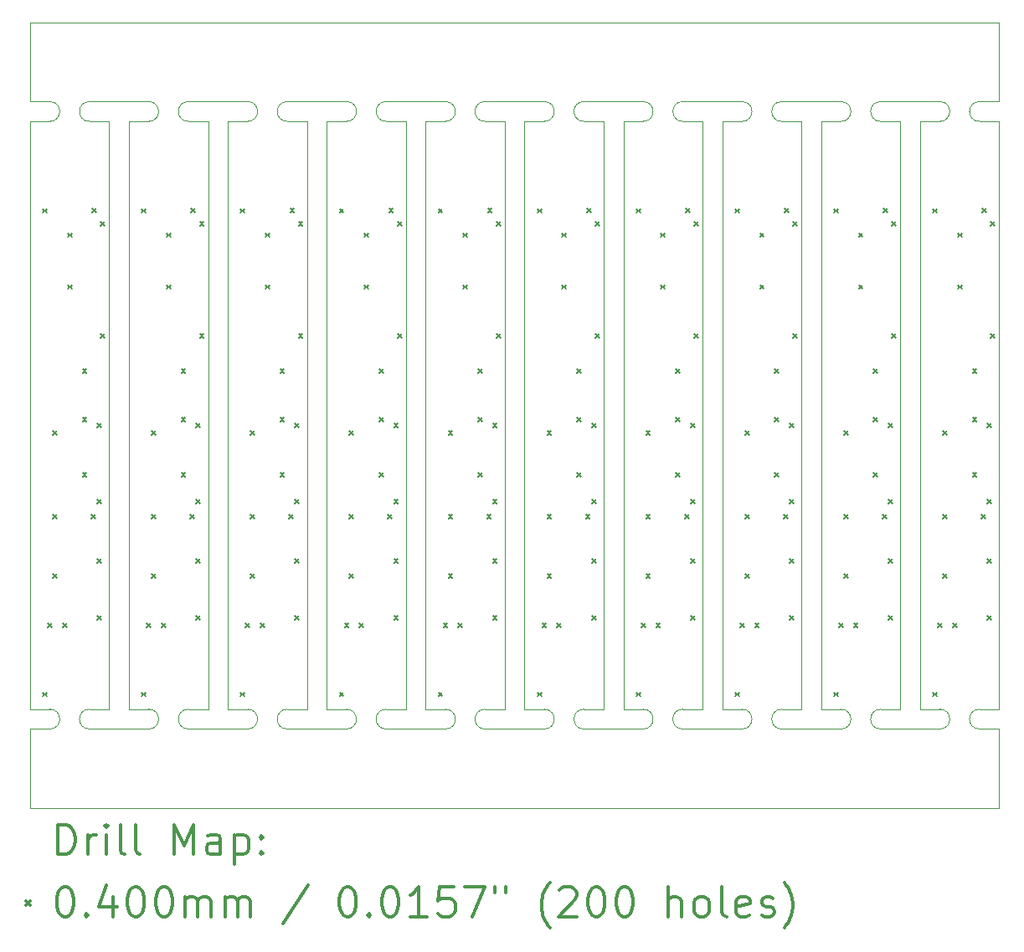
<source format=gbr>
%FSLAX45Y45*%
G04 Gerber Fmt 4.5, Leading zero omitted, Abs format (unit mm)*
G04 Created by KiCad (PCBNEW (5.1.12)-1) date 2021-12-02 19:01:33*
%MOMM*%
%LPD*%
G01*
G04 APERTURE LIST*
%TA.AperFunction,Profile*%
%ADD10C,0.050000*%
%TD*%
%ADD11C,0.200000*%
%ADD12C,0.300000*%
G04 APERTURE END LIST*
D10*
X17900000Y-12850000D02*
X17300000Y-12850000D01*
X18900000Y-12850000D02*
X18300000Y-12850000D01*
X16300000Y-12850000D02*
X16900000Y-12850000D01*
X15300000Y-12850000D02*
X15900000Y-12850000D01*
X14300000Y-12850000D02*
X14900000Y-12850000D01*
X13300000Y-12850000D02*
X13900000Y-12850000D01*
X12300000Y-12850000D02*
X12900000Y-12850000D01*
X11300000Y-12850000D02*
X11900000Y-12850000D01*
X10300000Y-12850000D02*
X10900000Y-12850000D01*
X9700000Y-12850000D02*
X9900000Y-12850000D01*
X9700000Y-13650000D02*
X9700000Y-12850000D01*
X19500000Y-13650000D02*
X9700000Y-13650000D01*
X19500000Y-12850000D02*
X19500000Y-13650000D01*
X19300000Y-12850000D02*
X19500000Y-12850000D01*
X10900000Y-6500000D02*
X10300000Y-6500000D01*
X11900000Y-6500000D02*
X11300000Y-6500000D01*
X12900000Y-6500000D02*
X12300000Y-6500000D01*
X13900000Y-6500000D02*
X13300000Y-6500000D01*
X14900000Y-6500000D02*
X14300000Y-6500000D01*
X15900000Y-6500000D02*
X15300000Y-6500000D01*
X16900000Y-6500000D02*
X16300000Y-6500000D01*
X17900000Y-6500000D02*
X17300000Y-6500000D01*
X18900000Y-6500000D02*
X18300000Y-6500000D01*
X19500000Y-6500000D02*
X19300000Y-6500000D01*
X19500000Y-5700000D02*
X19500000Y-6500000D01*
X9700000Y-5700000D02*
X19500000Y-5700000D01*
X9700000Y-6500000D02*
X9700000Y-5700000D01*
X9900000Y-6500000D02*
X9700000Y-6500000D01*
X18900000Y-6700000D02*
X18700000Y-6700000D01*
X17900000Y-6700000D02*
X17700000Y-6700000D01*
X16900000Y-6700000D02*
X16700000Y-6700000D01*
X15900000Y-6700000D02*
X15700000Y-6700000D01*
X14900000Y-6700000D02*
X14700000Y-6700000D01*
X13900000Y-6700000D02*
X13700000Y-6700000D01*
X12900000Y-6700000D02*
X12700000Y-6700000D01*
X11900000Y-6700000D02*
X11700000Y-6700000D01*
X10900000Y-6700000D02*
X10700000Y-6700000D01*
X19300000Y-6700000D02*
G75*
G02*
X19300000Y-6500000I0J100000D01*
G01*
X18300000Y-6700000D02*
G75*
G02*
X18300000Y-6500000I0J100000D01*
G01*
X17300000Y-6700000D02*
G75*
G02*
X17300000Y-6500000I0J100000D01*
G01*
X16300000Y-6700000D02*
G75*
G02*
X16300000Y-6500000I0J100000D01*
G01*
X15300000Y-6700000D02*
G75*
G02*
X15300000Y-6500000I0J100000D01*
G01*
X14300000Y-6700000D02*
G75*
G02*
X14300000Y-6500000I0J100000D01*
G01*
X13300000Y-6700000D02*
G75*
G02*
X13300000Y-6500000I0J100000D01*
G01*
X12300000Y-6700000D02*
G75*
G02*
X12300000Y-6500000I0J100000D01*
G01*
X11300000Y-6700000D02*
G75*
G02*
X11300000Y-6500000I0J100000D01*
G01*
X18900000Y-12650000D02*
G75*
G02*
X18900000Y-12850000I0J-100000D01*
G01*
X17900000Y-12650000D02*
G75*
G02*
X17900000Y-12850000I0J-100000D01*
G01*
X16900000Y-12650000D02*
G75*
G02*
X16900000Y-12850000I0J-100000D01*
G01*
X15900000Y-12650000D02*
G75*
G02*
X15900000Y-12850000I0J-100000D01*
G01*
X14900000Y-12650000D02*
G75*
G02*
X14900000Y-12850000I0J-100000D01*
G01*
X13900000Y-12650000D02*
G75*
G02*
X13900000Y-12850000I0J-100000D01*
G01*
X12900000Y-12650000D02*
G75*
G02*
X12900000Y-12850000I0J-100000D01*
G01*
X11900000Y-12650000D02*
G75*
G02*
X11900000Y-12850000I0J-100000D01*
G01*
X10900000Y-12650000D02*
G75*
G02*
X10900000Y-12850000I0J-100000D01*
G01*
X19300000Y-12850000D02*
G75*
G02*
X19300000Y-12650000I0J100000D01*
G01*
X18300000Y-12850000D02*
G75*
G02*
X18300000Y-12650000I0J100000D01*
G01*
X17300000Y-12850000D02*
G75*
G02*
X17300000Y-12650000I0J100000D01*
G01*
X16300000Y-12850000D02*
G75*
G02*
X16300000Y-12650000I0J100000D01*
G01*
X15300000Y-12850000D02*
G75*
G02*
X15300000Y-12650000I0J100000D01*
G01*
X14300000Y-12850000D02*
G75*
G02*
X14300000Y-12650000I0J100000D01*
G01*
X13300000Y-12850000D02*
G75*
G02*
X13300000Y-12650000I0J100000D01*
G01*
X12300000Y-12850000D02*
G75*
G02*
X12300000Y-12650000I0J100000D01*
G01*
X11300000Y-12850000D02*
G75*
G02*
X11300000Y-12650000I0J100000D01*
G01*
X19500000Y-6700000D02*
X19300000Y-6700000D01*
X18500000Y-6700000D02*
X18300000Y-6700000D01*
X17500000Y-6700000D02*
X17300000Y-6700000D01*
X16500000Y-6700000D02*
X16300000Y-6700000D01*
X15500000Y-6700000D02*
X15300000Y-6700000D01*
X14500000Y-6700000D02*
X14300000Y-6700000D01*
X13500000Y-6700000D02*
X13300000Y-6700000D01*
X12500000Y-6700000D02*
X12300000Y-6700000D01*
X11500000Y-6700000D02*
X11300000Y-6700000D01*
X18900000Y-6500000D02*
G75*
G02*
X18900000Y-6700000I0J-100000D01*
G01*
X17900000Y-6500000D02*
G75*
G02*
X17900000Y-6700000I0J-100000D01*
G01*
X16900000Y-6500000D02*
G75*
G02*
X16900000Y-6700000I0J-100000D01*
G01*
X15900000Y-6500000D02*
G75*
G02*
X15900000Y-6700000I0J-100000D01*
G01*
X14900000Y-6500000D02*
G75*
G02*
X14900000Y-6700000I0J-100000D01*
G01*
X13900000Y-6500000D02*
G75*
G02*
X13900000Y-6700000I0J-100000D01*
G01*
X12900000Y-6500000D02*
G75*
G02*
X12900000Y-6700000I0J-100000D01*
G01*
X11900000Y-6500000D02*
G75*
G02*
X11900000Y-6700000I0J-100000D01*
G01*
X10900000Y-6500000D02*
G75*
G02*
X10900000Y-6700000I0J-100000D01*
G01*
X18900000Y-12650000D02*
X18700000Y-12650000D01*
X17900000Y-12650000D02*
X17700000Y-12650000D01*
X16900000Y-12650000D02*
X16700000Y-12650000D01*
X15900000Y-12650000D02*
X15700000Y-12650000D01*
X14900000Y-12650000D02*
X14700000Y-12650000D01*
X13900000Y-12650000D02*
X13700000Y-12650000D01*
X12900000Y-12650000D02*
X12700000Y-12650000D01*
X11900000Y-12650000D02*
X11700000Y-12650000D01*
X10900000Y-12650000D02*
X10700000Y-12650000D01*
X19500000Y-12650000D02*
X19300000Y-12650000D01*
X18500000Y-12650000D02*
X18300000Y-12650000D01*
X17500000Y-12650000D02*
X17300000Y-12650000D01*
X16500000Y-12650000D02*
X16300000Y-12650000D01*
X15500000Y-12650000D02*
X15300000Y-12650000D01*
X14500000Y-12650000D02*
X14300000Y-12650000D01*
X13500000Y-12650000D02*
X13300000Y-12650000D01*
X12500000Y-12650000D02*
X12300000Y-12650000D01*
X11500000Y-12650000D02*
X11300000Y-12650000D01*
X18700000Y-12650000D02*
X18700000Y-6700000D01*
X17700000Y-12650000D02*
X17700000Y-6700000D01*
X16700000Y-12650000D02*
X16700000Y-6700000D01*
X15700000Y-12650000D02*
X15700000Y-6700000D01*
X14700000Y-12650000D02*
X14700000Y-6700000D01*
X13700000Y-12650000D02*
X13700000Y-6700000D01*
X12700000Y-12650000D02*
X12700000Y-6700000D01*
X11700000Y-12650000D02*
X11700000Y-6700000D01*
X10700000Y-12650000D02*
X10700000Y-6700000D01*
X19500000Y-12650000D02*
X19500000Y-6700000D01*
X18500000Y-12650000D02*
X18500000Y-6700000D01*
X17500000Y-12650000D02*
X17500000Y-6700000D01*
X16500000Y-12650000D02*
X16500000Y-6700000D01*
X15500000Y-12650000D02*
X15500000Y-6700000D01*
X14500000Y-12650000D02*
X14500000Y-6700000D01*
X13500000Y-12650000D02*
X13500000Y-6700000D01*
X12500000Y-12650000D02*
X12500000Y-6700000D01*
X11500000Y-12650000D02*
X11500000Y-6700000D01*
X9900000Y-6700000D02*
X9700000Y-6700000D01*
X10500000Y-6700000D02*
X10300000Y-6700000D01*
X10300000Y-6700000D02*
G75*
G02*
X10300000Y-6500000I0J100000D01*
G01*
X9900000Y-6500000D02*
G75*
G02*
X9900000Y-6700000I0J-100000D01*
G01*
X9900000Y-12650000D02*
G75*
G02*
X9900000Y-12850000I0J-100000D01*
G01*
X10300000Y-12850000D02*
G75*
G02*
X10300000Y-12650000I0J100000D01*
G01*
X9900000Y-12650000D02*
X9700000Y-12650000D01*
X10500000Y-12650000D02*
X10300000Y-12650000D01*
X10500000Y-12650000D02*
X10500000Y-6700000D01*
X9700000Y-12650000D02*
X9700000Y-6700000D01*
D11*
X9830000Y-7585000D02*
X9870000Y-7625000D01*
X9870000Y-7585000D02*
X9830000Y-7625000D01*
X9830000Y-12480000D02*
X9870000Y-12520000D01*
X9870000Y-12480000D02*
X9830000Y-12520000D01*
X9880000Y-11780000D02*
X9920000Y-11820000D01*
X9920000Y-11780000D02*
X9880000Y-11820000D01*
X9930000Y-9835000D02*
X9970000Y-9875000D01*
X9970000Y-9835000D02*
X9930000Y-9875000D01*
X9930000Y-10680000D02*
X9970000Y-10720000D01*
X9970000Y-10680000D02*
X9930000Y-10720000D01*
X9930000Y-11280000D02*
X9970000Y-11320000D01*
X9970000Y-11280000D02*
X9930000Y-11320000D01*
X10030000Y-11780000D02*
X10070000Y-11820000D01*
X10070000Y-11780000D02*
X10030000Y-11820000D01*
X10080000Y-7830000D02*
X10120000Y-7870000D01*
X10120000Y-7830000D02*
X10080000Y-7870000D01*
X10080000Y-8355000D02*
X10120000Y-8395000D01*
X10120000Y-8355000D02*
X10080000Y-8395000D01*
X10230000Y-9205000D02*
X10270000Y-9245000D01*
X10270000Y-9205000D02*
X10230000Y-9245000D01*
X10230000Y-9695000D02*
X10270000Y-9735000D01*
X10270000Y-9695000D02*
X10230000Y-9735000D01*
X10230000Y-10255000D02*
X10270000Y-10295000D01*
X10270000Y-10255000D02*
X10230000Y-10295000D01*
X10320000Y-10680000D02*
X10360000Y-10720000D01*
X10360000Y-10680000D02*
X10320000Y-10720000D01*
X10330000Y-7580000D02*
X10370000Y-7620000D01*
X10370000Y-7580000D02*
X10330000Y-7620000D01*
X10380000Y-9755000D02*
X10420000Y-9795000D01*
X10420000Y-9755000D02*
X10380000Y-9795000D01*
X10380000Y-10530000D02*
X10420000Y-10570000D01*
X10420000Y-10530000D02*
X10380000Y-10570000D01*
X10380000Y-11130000D02*
X10420000Y-11170000D01*
X10420000Y-11130000D02*
X10380000Y-11170000D01*
X10380000Y-11705000D02*
X10420000Y-11745000D01*
X10420000Y-11705000D02*
X10380000Y-11745000D01*
X10416000Y-7717000D02*
X10456000Y-7757000D01*
X10456000Y-7717000D02*
X10416000Y-7757000D01*
X10416000Y-8854000D02*
X10456000Y-8894000D01*
X10456000Y-8854000D02*
X10416000Y-8894000D01*
X10830000Y-7585000D02*
X10870000Y-7625000D01*
X10870000Y-7585000D02*
X10830000Y-7625000D01*
X10830000Y-12480000D02*
X10870000Y-12520000D01*
X10870000Y-12480000D02*
X10830000Y-12520000D01*
X10880000Y-11780000D02*
X10920000Y-11820000D01*
X10920000Y-11780000D02*
X10880000Y-11820000D01*
X10930000Y-9835000D02*
X10970000Y-9875000D01*
X10970000Y-9835000D02*
X10930000Y-9875000D01*
X10930000Y-10680000D02*
X10970000Y-10720000D01*
X10970000Y-10680000D02*
X10930000Y-10720000D01*
X10930000Y-11280000D02*
X10970000Y-11320000D01*
X10970000Y-11280000D02*
X10930000Y-11320000D01*
X11030000Y-11780000D02*
X11070000Y-11820000D01*
X11070000Y-11780000D02*
X11030000Y-11820000D01*
X11080000Y-7830000D02*
X11120000Y-7870000D01*
X11120000Y-7830000D02*
X11080000Y-7870000D01*
X11080000Y-8355000D02*
X11120000Y-8395000D01*
X11120000Y-8355000D02*
X11080000Y-8395000D01*
X11230000Y-9205000D02*
X11270000Y-9245000D01*
X11270000Y-9205000D02*
X11230000Y-9245000D01*
X11230000Y-9695000D02*
X11270000Y-9735000D01*
X11270000Y-9695000D02*
X11230000Y-9735000D01*
X11230000Y-10255000D02*
X11270000Y-10295000D01*
X11270000Y-10255000D02*
X11230000Y-10295000D01*
X11320000Y-10680000D02*
X11360000Y-10720000D01*
X11360000Y-10680000D02*
X11320000Y-10720000D01*
X11330000Y-7580000D02*
X11370000Y-7620000D01*
X11370000Y-7580000D02*
X11330000Y-7620000D01*
X11380000Y-9755000D02*
X11420000Y-9795000D01*
X11420000Y-9755000D02*
X11380000Y-9795000D01*
X11380000Y-10530000D02*
X11420000Y-10570000D01*
X11420000Y-10530000D02*
X11380000Y-10570000D01*
X11380000Y-11130000D02*
X11420000Y-11170000D01*
X11420000Y-11130000D02*
X11380000Y-11170000D01*
X11380000Y-11705000D02*
X11420000Y-11745000D01*
X11420000Y-11705000D02*
X11380000Y-11745000D01*
X11416000Y-7717000D02*
X11456000Y-7757000D01*
X11456000Y-7717000D02*
X11416000Y-7757000D01*
X11416000Y-8854000D02*
X11456000Y-8894000D01*
X11456000Y-8854000D02*
X11416000Y-8894000D01*
X11830000Y-7585000D02*
X11870000Y-7625000D01*
X11870000Y-7585000D02*
X11830000Y-7625000D01*
X11830000Y-12480000D02*
X11870000Y-12520000D01*
X11870000Y-12480000D02*
X11830000Y-12520000D01*
X11880000Y-11780000D02*
X11920000Y-11820000D01*
X11920000Y-11780000D02*
X11880000Y-11820000D01*
X11930000Y-9835000D02*
X11970000Y-9875000D01*
X11970000Y-9835000D02*
X11930000Y-9875000D01*
X11930000Y-10680000D02*
X11970000Y-10720000D01*
X11970000Y-10680000D02*
X11930000Y-10720000D01*
X11930000Y-11280000D02*
X11970000Y-11320000D01*
X11970000Y-11280000D02*
X11930000Y-11320000D01*
X12030000Y-11780000D02*
X12070000Y-11820000D01*
X12070000Y-11780000D02*
X12030000Y-11820000D01*
X12080000Y-7830000D02*
X12120000Y-7870000D01*
X12120000Y-7830000D02*
X12080000Y-7870000D01*
X12080000Y-8355000D02*
X12120000Y-8395000D01*
X12120000Y-8355000D02*
X12080000Y-8395000D01*
X12230000Y-9205000D02*
X12270000Y-9245000D01*
X12270000Y-9205000D02*
X12230000Y-9245000D01*
X12230000Y-9695000D02*
X12270000Y-9735000D01*
X12270000Y-9695000D02*
X12230000Y-9735000D01*
X12230000Y-10255000D02*
X12270000Y-10295000D01*
X12270000Y-10255000D02*
X12230000Y-10295000D01*
X12320000Y-10680000D02*
X12360000Y-10720000D01*
X12360000Y-10680000D02*
X12320000Y-10720000D01*
X12330000Y-7580000D02*
X12370000Y-7620000D01*
X12370000Y-7580000D02*
X12330000Y-7620000D01*
X12380000Y-9755000D02*
X12420000Y-9795000D01*
X12420000Y-9755000D02*
X12380000Y-9795000D01*
X12380000Y-10530000D02*
X12420000Y-10570000D01*
X12420000Y-10530000D02*
X12380000Y-10570000D01*
X12380000Y-11130000D02*
X12420000Y-11170000D01*
X12420000Y-11130000D02*
X12380000Y-11170000D01*
X12380000Y-11705000D02*
X12420000Y-11745000D01*
X12420000Y-11705000D02*
X12380000Y-11745000D01*
X12416000Y-7717000D02*
X12456000Y-7757000D01*
X12456000Y-7717000D02*
X12416000Y-7757000D01*
X12416000Y-8854000D02*
X12456000Y-8894000D01*
X12456000Y-8854000D02*
X12416000Y-8894000D01*
X12830000Y-7585000D02*
X12870000Y-7625000D01*
X12870000Y-7585000D02*
X12830000Y-7625000D01*
X12830000Y-12480000D02*
X12870000Y-12520000D01*
X12870000Y-12480000D02*
X12830000Y-12520000D01*
X12880000Y-11780000D02*
X12920000Y-11820000D01*
X12920000Y-11780000D02*
X12880000Y-11820000D01*
X12930000Y-9835000D02*
X12970000Y-9875000D01*
X12970000Y-9835000D02*
X12930000Y-9875000D01*
X12930000Y-10680000D02*
X12970000Y-10720000D01*
X12970000Y-10680000D02*
X12930000Y-10720000D01*
X12930000Y-11280000D02*
X12970000Y-11320000D01*
X12970000Y-11280000D02*
X12930000Y-11320000D01*
X13030000Y-11780000D02*
X13070000Y-11820000D01*
X13070000Y-11780000D02*
X13030000Y-11820000D01*
X13080000Y-7830000D02*
X13120000Y-7870000D01*
X13120000Y-7830000D02*
X13080000Y-7870000D01*
X13080000Y-8355000D02*
X13120000Y-8395000D01*
X13120000Y-8355000D02*
X13080000Y-8395000D01*
X13230000Y-9205000D02*
X13270000Y-9245000D01*
X13270000Y-9205000D02*
X13230000Y-9245000D01*
X13230000Y-9695000D02*
X13270000Y-9735000D01*
X13270000Y-9695000D02*
X13230000Y-9735000D01*
X13230000Y-10255000D02*
X13270000Y-10295000D01*
X13270000Y-10255000D02*
X13230000Y-10295000D01*
X13320000Y-10680000D02*
X13360000Y-10720000D01*
X13360000Y-10680000D02*
X13320000Y-10720000D01*
X13330000Y-7580000D02*
X13370000Y-7620000D01*
X13370000Y-7580000D02*
X13330000Y-7620000D01*
X13380000Y-9755000D02*
X13420000Y-9795000D01*
X13420000Y-9755000D02*
X13380000Y-9795000D01*
X13380000Y-10530000D02*
X13420000Y-10570000D01*
X13420000Y-10530000D02*
X13380000Y-10570000D01*
X13380000Y-11130000D02*
X13420000Y-11170000D01*
X13420000Y-11130000D02*
X13380000Y-11170000D01*
X13380000Y-11705000D02*
X13420000Y-11745000D01*
X13420000Y-11705000D02*
X13380000Y-11745000D01*
X13416000Y-7717000D02*
X13456000Y-7757000D01*
X13456000Y-7717000D02*
X13416000Y-7757000D01*
X13416000Y-8854000D02*
X13456000Y-8894000D01*
X13456000Y-8854000D02*
X13416000Y-8894000D01*
X13830000Y-7585000D02*
X13870000Y-7625000D01*
X13870000Y-7585000D02*
X13830000Y-7625000D01*
X13830000Y-12480000D02*
X13870000Y-12520000D01*
X13870000Y-12480000D02*
X13830000Y-12520000D01*
X13880000Y-11780000D02*
X13920000Y-11820000D01*
X13920000Y-11780000D02*
X13880000Y-11820000D01*
X13930000Y-9835000D02*
X13970000Y-9875000D01*
X13970000Y-9835000D02*
X13930000Y-9875000D01*
X13930000Y-10680000D02*
X13970000Y-10720000D01*
X13970000Y-10680000D02*
X13930000Y-10720000D01*
X13930000Y-11280000D02*
X13970000Y-11320000D01*
X13970000Y-11280000D02*
X13930000Y-11320000D01*
X14030000Y-11780000D02*
X14070000Y-11820000D01*
X14070000Y-11780000D02*
X14030000Y-11820000D01*
X14080000Y-7830000D02*
X14120000Y-7870000D01*
X14120000Y-7830000D02*
X14080000Y-7870000D01*
X14080000Y-8355000D02*
X14120000Y-8395000D01*
X14120000Y-8355000D02*
X14080000Y-8395000D01*
X14230000Y-9205000D02*
X14270000Y-9245000D01*
X14270000Y-9205000D02*
X14230000Y-9245000D01*
X14230000Y-9695000D02*
X14270000Y-9735000D01*
X14270000Y-9695000D02*
X14230000Y-9735000D01*
X14230000Y-10255000D02*
X14270000Y-10295000D01*
X14270000Y-10255000D02*
X14230000Y-10295000D01*
X14320000Y-10680000D02*
X14360000Y-10720000D01*
X14360000Y-10680000D02*
X14320000Y-10720000D01*
X14330000Y-7580000D02*
X14370000Y-7620000D01*
X14370000Y-7580000D02*
X14330000Y-7620000D01*
X14380000Y-9755000D02*
X14420000Y-9795000D01*
X14420000Y-9755000D02*
X14380000Y-9795000D01*
X14380000Y-10530000D02*
X14420000Y-10570000D01*
X14420000Y-10530000D02*
X14380000Y-10570000D01*
X14380000Y-11130000D02*
X14420000Y-11170000D01*
X14420000Y-11130000D02*
X14380000Y-11170000D01*
X14380000Y-11705000D02*
X14420000Y-11745000D01*
X14420000Y-11705000D02*
X14380000Y-11745000D01*
X14416000Y-7717000D02*
X14456000Y-7757000D01*
X14456000Y-7717000D02*
X14416000Y-7757000D01*
X14416000Y-8854000D02*
X14456000Y-8894000D01*
X14456000Y-8854000D02*
X14416000Y-8894000D01*
X14830000Y-7585000D02*
X14870000Y-7625000D01*
X14870000Y-7585000D02*
X14830000Y-7625000D01*
X14830000Y-12480000D02*
X14870000Y-12520000D01*
X14870000Y-12480000D02*
X14830000Y-12520000D01*
X14880000Y-11780000D02*
X14920000Y-11820000D01*
X14920000Y-11780000D02*
X14880000Y-11820000D01*
X14930000Y-9835000D02*
X14970000Y-9875000D01*
X14970000Y-9835000D02*
X14930000Y-9875000D01*
X14930000Y-10680000D02*
X14970000Y-10720000D01*
X14970000Y-10680000D02*
X14930000Y-10720000D01*
X14930000Y-11280000D02*
X14970000Y-11320000D01*
X14970000Y-11280000D02*
X14930000Y-11320000D01*
X15030000Y-11780000D02*
X15070000Y-11820000D01*
X15070000Y-11780000D02*
X15030000Y-11820000D01*
X15080000Y-7830000D02*
X15120000Y-7870000D01*
X15120000Y-7830000D02*
X15080000Y-7870000D01*
X15080000Y-8355000D02*
X15120000Y-8395000D01*
X15120000Y-8355000D02*
X15080000Y-8395000D01*
X15230000Y-9205000D02*
X15270000Y-9245000D01*
X15270000Y-9205000D02*
X15230000Y-9245000D01*
X15230000Y-9695000D02*
X15270000Y-9735000D01*
X15270000Y-9695000D02*
X15230000Y-9735000D01*
X15230000Y-10255000D02*
X15270000Y-10295000D01*
X15270000Y-10255000D02*
X15230000Y-10295000D01*
X15320000Y-10680000D02*
X15360000Y-10720000D01*
X15360000Y-10680000D02*
X15320000Y-10720000D01*
X15330000Y-7580000D02*
X15370000Y-7620000D01*
X15370000Y-7580000D02*
X15330000Y-7620000D01*
X15380000Y-9755000D02*
X15420000Y-9795000D01*
X15420000Y-9755000D02*
X15380000Y-9795000D01*
X15380000Y-10530000D02*
X15420000Y-10570000D01*
X15420000Y-10530000D02*
X15380000Y-10570000D01*
X15380000Y-11130000D02*
X15420000Y-11170000D01*
X15420000Y-11130000D02*
X15380000Y-11170000D01*
X15380000Y-11705000D02*
X15420000Y-11745000D01*
X15420000Y-11705000D02*
X15380000Y-11745000D01*
X15416000Y-7717000D02*
X15456000Y-7757000D01*
X15456000Y-7717000D02*
X15416000Y-7757000D01*
X15416000Y-8854000D02*
X15456000Y-8894000D01*
X15456000Y-8854000D02*
X15416000Y-8894000D01*
X15830000Y-7585000D02*
X15870000Y-7625000D01*
X15870000Y-7585000D02*
X15830000Y-7625000D01*
X15830000Y-12480000D02*
X15870000Y-12520000D01*
X15870000Y-12480000D02*
X15830000Y-12520000D01*
X15880000Y-11780000D02*
X15920000Y-11820000D01*
X15920000Y-11780000D02*
X15880000Y-11820000D01*
X15930000Y-9835000D02*
X15970000Y-9875000D01*
X15970000Y-9835000D02*
X15930000Y-9875000D01*
X15930000Y-10680000D02*
X15970000Y-10720000D01*
X15970000Y-10680000D02*
X15930000Y-10720000D01*
X15930000Y-11280000D02*
X15970000Y-11320000D01*
X15970000Y-11280000D02*
X15930000Y-11320000D01*
X16030000Y-11780000D02*
X16070000Y-11820000D01*
X16070000Y-11780000D02*
X16030000Y-11820000D01*
X16080000Y-7830000D02*
X16120000Y-7870000D01*
X16120000Y-7830000D02*
X16080000Y-7870000D01*
X16080000Y-8355000D02*
X16120000Y-8395000D01*
X16120000Y-8355000D02*
X16080000Y-8395000D01*
X16230000Y-9205000D02*
X16270000Y-9245000D01*
X16270000Y-9205000D02*
X16230000Y-9245000D01*
X16230000Y-9695000D02*
X16270000Y-9735000D01*
X16270000Y-9695000D02*
X16230000Y-9735000D01*
X16230000Y-10255000D02*
X16270000Y-10295000D01*
X16270000Y-10255000D02*
X16230000Y-10295000D01*
X16320000Y-10680000D02*
X16360000Y-10720000D01*
X16360000Y-10680000D02*
X16320000Y-10720000D01*
X16330000Y-7580000D02*
X16370000Y-7620000D01*
X16370000Y-7580000D02*
X16330000Y-7620000D01*
X16380000Y-9755000D02*
X16420000Y-9795000D01*
X16420000Y-9755000D02*
X16380000Y-9795000D01*
X16380000Y-10530000D02*
X16420000Y-10570000D01*
X16420000Y-10530000D02*
X16380000Y-10570000D01*
X16380000Y-11130000D02*
X16420000Y-11170000D01*
X16420000Y-11130000D02*
X16380000Y-11170000D01*
X16380000Y-11705000D02*
X16420000Y-11745000D01*
X16420000Y-11705000D02*
X16380000Y-11745000D01*
X16416000Y-7717000D02*
X16456000Y-7757000D01*
X16456000Y-7717000D02*
X16416000Y-7757000D01*
X16416000Y-8854000D02*
X16456000Y-8894000D01*
X16456000Y-8854000D02*
X16416000Y-8894000D01*
X16830000Y-7585000D02*
X16870000Y-7625000D01*
X16870000Y-7585000D02*
X16830000Y-7625000D01*
X16830000Y-12480000D02*
X16870000Y-12520000D01*
X16870000Y-12480000D02*
X16830000Y-12520000D01*
X16880000Y-11780000D02*
X16920000Y-11820000D01*
X16920000Y-11780000D02*
X16880000Y-11820000D01*
X16930000Y-9835000D02*
X16970000Y-9875000D01*
X16970000Y-9835000D02*
X16930000Y-9875000D01*
X16930000Y-10680000D02*
X16970000Y-10720000D01*
X16970000Y-10680000D02*
X16930000Y-10720000D01*
X16930000Y-11280000D02*
X16970000Y-11320000D01*
X16970000Y-11280000D02*
X16930000Y-11320000D01*
X17030000Y-11780000D02*
X17070000Y-11820000D01*
X17070000Y-11780000D02*
X17030000Y-11820000D01*
X17080000Y-7830000D02*
X17120000Y-7870000D01*
X17120000Y-7830000D02*
X17080000Y-7870000D01*
X17080000Y-8355000D02*
X17120000Y-8395000D01*
X17120000Y-8355000D02*
X17080000Y-8395000D01*
X17230000Y-9205000D02*
X17270000Y-9245000D01*
X17270000Y-9205000D02*
X17230000Y-9245000D01*
X17230000Y-9695000D02*
X17270000Y-9735000D01*
X17270000Y-9695000D02*
X17230000Y-9735000D01*
X17230000Y-10255000D02*
X17270000Y-10295000D01*
X17270000Y-10255000D02*
X17230000Y-10295000D01*
X17320000Y-10680000D02*
X17360000Y-10720000D01*
X17360000Y-10680000D02*
X17320000Y-10720000D01*
X17330000Y-7580000D02*
X17370000Y-7620000D01*
X17370000Y-7580000D02*
X17330000Y-7620000D01*
X17380000Y-9755000D02*
X17420000Y-9795000D01*
X17420000Y-9755000D02*
X17380000Y-9795000D01*
X17380000Y-10530000D02*
X17420000Y-10570000D01*
X17420000Y-10530000D02*
X17380000Y-10570000D01*
X17380000Y-11130000D02*
X17420000Y-11170000D01*
X17420000Y-11130000D02*
X17380000Y-11170000D01*
X17380000Y-11705000D02*
X17420000Y-11745000D01*
X17420000Y-11705000D02*
X17380000Y-11745000D01*
X17416000Y-7717000D02*
X17456000Y-7757000D01*
X17456000Y-7717000D02*
X17416000Y-7757000D01*
X17416000Y-8854000D02*
X17456000Y-8894000D01*
X17456000Y-8854000D02*
X17416000Y-8894000D01*
X17830000Y-7585000D02*
X17870000Y-7625000D01*
X17870000Y-7585000D02*
X17830000Y-7625000D01*
X17830000Y-12480000D02*
X17870000Y-12520000D01*
X17870000Y-12480000D02*
X17830000Y-12520000D01*
X17880000Y-11780000D02*
X17920000Y-11820000D01*
X17920000Y-11780000D02*
X17880000Y-11820000D01*
X17930000Y-9835000D02*
X17970000Y-9875000D01*
X17970000Y-9835000D02*
X17930000Y-9875000D01*
X17930000Y-10680000D02*
X17970000Y-10720000D01*
X17970000Y-10680000D02*
X17930000Y-10720000D01*
X17930000Y-11280000D02*
X17970000Y-11320000D01*
X17970000Y-11280000D02*
X17930000Y-11320000D01*
X18030000Y-11780000D02*
X18070000Y-11820000D01*
X18070000Y-11780000D02*
X18030000Y-11820000D01*
X18080000Y-7830000D02*
X18120000Y-7870000D01*
X18120000Y-7830000D02*
X18080000Y-7870000D01*
X18080000Y-8355000D02*
X18120000Y-8395000D01*
X18120000Y-8355000D02*
X18080000Y-8395000D01*
X18230000Y-9205000D02*
X18270000Y-9245000D01*
X18270000Y-9205000D02*
X18230000Y-9245000D01*
X18230000Y-9695000D02*
X18270000Y-9735000D01*
X18270000Y-9695000D02*
X18230000Y-9735000D01*
X18230000Y-10255000D02*
X18270000Y-10295000D01*
X18270000Y-10255000D02*
X18230000Y-10295000D01*
X18320000Y-10680000D02*
X18360000Y-10720000D01*
X18360000Y-10680000D02*
X18320000Y-10720000D01*
X18330000Y-7580000D02*
X18370000Y-7620000D01*
X18370000Y-7580000D02*
X18330000Y-7620000D01*
X18380000Y-9755000D02*
X18420000Y-9795000D01*
X18420000Y-9755000D02*
X18380000Y-9795000D01*
X18380000Y-10530000D02*
X18420000Y-10570000D01*
X18420000Y-10530000D02*
X18380000Y-10570000D01*
X18380000Y-11130000D02*
X18420000Y-11170000D01*
X18420000Y-11130000D02*
X18380000Y-11170000D01*
X18380000Y-11705000D02*
X18420000Y-11745000D01*
X18420000Y-11705000D02*
X18380000Y-11745000D01*
X18416000Y-7717000D02*
X18456000Y-7757000D01*
X18456000Y-7717000D02*
X18416000Y-7757000D01*
X18416000Y-8854000D02*
X18456000Y-8894000D01*
X18456000Y-8854000D02*
X18416000Y-8894000D01*
X18830000Y-7585000D02*
X18870000Y-7625000D01*
X18870000Y-7585000D02*
X18830000Y-7625000D01*
X18830000Y-12480000D02*
X18870000Y-12520000D01*
X18870000Y-12480000D02*
X18830000Y-12520000D01*
X18880000Y-11780000D02*
X18920000Y-11820000D01*
X18920000Y-11780000D02*
X18880000Y-11820000D01*
X18930000Y-9835000D02*
X18970000Y-9875000D01*
X18970000Y-9835000D02*
X18930000Y-9875000D01*
X18930000Y-10680000D02*
X18970000Y-10720000D01*
X18970000Y-10680000D02*
X18930000Y-10720000D01*
X18930000Y-11280000D02*
X18970000Y-11320000D01*
X18970000Y-11280000D02*
X18930000Y-11320000D01*
X19030000Y-11780000D02*
X19070000Y-11820000D01*
X19070000Y-11780000D02*
X19030000Y-11820000D01*
X19080000Y-7830000D02*
X19120000Y-7870000D01*
X19120000Y-7830000D02*
X19080000Y-7870000D01*
X19080000Y-8355000D02*
X19120000Y-8395000D01*
X19120000Y-8355000D02*
X19080000Y-8395000D01*
X19230000Y-9205000D02*
X19270000Y-9245000D01*
X19270000Y-9205000D02*
X19230000Y-9245000D01*
X19230000Y-9695000D02*
X19270000Y-9735000D01*
X19270000Y-9695000D02*
X19230000Y-9735000D01*
X19230000Y-10255000D02*
X19270000Y-10295000D01*
X19270000Y-10255000D02*
X19230000Y-10295000D01*
X19320000Y-10680000D02*
X19360000Y-10720000D01*
X19360000Y-10680000D02*
X19320000Y-10720000D01*
X19330000Y-7580000D02*
X19370000Y-7620000D01*
X19370000Y-7580000D02*
X19330000Y-7620000D01*
X19380000Y-9755000D02*
X19420000Y-9795000D01*
X19420000Y-9755000D02*
X19380000Y-9795000D01*
X19380000Y-10530000D02*
X19420000Y-10570000D01*
X19420000Y-10530000D02*
X19380000Y-10570000D01*
X19380000Y-11130000D02*
X19420000Y-11170000D01*
X19420000Y-11130000D02*
X19380000Y-11170000D01*
X19380000Y-11705000D02*
X19420000Y-11745000D01*
X19420000Y-11705000D02*
X19380000Y-11745000D01*
X19416000Y-7717000D02*
X19456000Y-7757000D01*
X19456000Y-7717000D02*
X19416000Y-7757000D01*
X19416000Y-8854000D02*
X19456000Y-8894000D01*
X19456000Y-8854000D02*
X19416000Y-8894000D01*
D12*
X9983928Y-14118214D02*
X9983928Y-13818214D01*
X10055357Y-13818214D01*
X10098214Y-13832500D01*
X10126786Y-13861071D01*
X10141071Y-13889643D01*
X10155357Y-13946786D01*
X10155357Y-13989643D01*
X10141071Y-14046786D01*
X10126786Y-14075357D01*
X10098214Y-14103929D01*
X10055357Y-14118214D01*
X9983928Y-14118214D01*
X10283928Y-14118214D02*
X10283928Y-13918214D01*
X10283928Y-13975357D02*
X10298214Y-13946786D01*
X10312500Y-13932500D01*
X10341071Y-13918214D01*
X10369643Y-13918214D01*
X10469643Y-14118214D02*
X10469643Y-13918214D01*
X10469643Y-13818214D02*
X10455357Y-13832500D01*
X10469643Y-13846786D01*
X10483928Y-13832500D01*
X10469643Y-13818214D01*
X10469643Y-13846786D01*
X10655357Y-14118214D02*
X10626786Y-14103929D01*
X10612500Y-14075357D01*
X10612500Y-13818214D01*
X10812500Y-14118214D02*
X10783928Y-14103929D01*
X10769643Y-14075357D01*
X10769643Y-13818214D01*
X11155357Y-14118214D02*
X11155357Y-13818214D01*
X11255357Y-14032500D01*
X11355357Y-13818214D01*
X11355357Y-14118214D01*
X11626786Y-14118214D02*
X11626786Y-13961071D01*
X11612500Y-13932500D01*
X11583928Y-13918214D01*
X11526786Y-13918214D01*
X11498214Y-13932500D01*
X11626786Y-14103929D02*
X11598214Y-14118214D01*
X11526786Y-14118214D01*
X11498214Y-14103929D01*
X11483928Y-14075357D01*
X11483928Y-14046786D01*
X11498214Y-14018214D01*
X11526786Y-14003929D01*
X11598214Y-14003929D01*
X11626786Y-13989643D01*
X11769643Y-13918214D02*
X11769643Y-14218214D01*
X11769643Y-13932500D02*
X11798214Y-13918214D01*
X11855357Y-13918214D01*
X11883928Y-13932500D01*
X11898214Y-13946786D01*
X11912500Y-13975357D01*
X11912500Y-14061071D01*
X11898214Y-14089643D01*
X11883928Y-14103929D01*
X11855357Y-14118214D01*
X11798214Y-14118214D01*
X11769643Y-14103929D01*
X12041071Y-14089643D02*
X12055357Y-14103929D01*
X12041071Y-14118214D01*
X12026786Y-14103929D01*
X12041071Y-14089643D01*
X12041071Y-14118214D01*
X12041071Y-13932500D02*
X12055357Y-13946786D01*
X12041071Y-13961071D01*
X12026786Y-13946786D01*
X12041071Y-13932500D01*
X12041071Y-13961071D01*
X9657500Y-14592500D02*
X9697500Y-14632500D01*
X9697500Y-14592500D02*
X9657500Y-14632500D01*
X10041071Y-14448214D02*
X10069643Y-14448214D01*
X10098214Y-14462500D01*
X10112500Y-14476786D01*
X10126786Y-14505357D01*
X10141071Y-14562500D01*
X10141071Y-14633929D01*
X10126786Y-14691071D01*
X10112500Y-14719643D01*
X10098214Y-14733929D01*
X10069643Y-14748214D01*
X10041071Y-14748214D01*
X10012500Y-14733929D01*
X9998214Y-14719643D01*
X9983928Y-14691071D01*
X9969643Y-14633929D01*
X9969643Y-14562500D01*
X9983928Y-14505357D01*
X9998214Y-14476786D01*
X10012500Y-14462500D01*
X10041071Y-14448214D01*
X10269643Y-14719643D02*
X10283928Y-14733929D01*
X10269643Y-14748214D01*
X10255357Y-14733929D01*
X10269643Y-14719643D01*
X10269643Y-14748214D01*
X10541071Y-14548214D02*
X10541071Y-14748214D01*
X10469643Y-14433929D02*
X10398214Y-14648214D01*
X10583928Y-14648214D01*
X10755357Y-14448214D02*
X10783928Y-14448214D01*
X10812500Y-14462500D01*
X10826786Y-14476786D01*
X10841071Y-14505357D01*
X10855357Y-14562500D01*
X10855357Y-14633929D01*
X10841071Y-14691071D01*
X10826786Y-14719643D01*
X10812500Y-14733929D01*
X10783928Y-14748214D01*
X10755357Y-14748214D01*
X10726786Y-14733929D01*
X10712500Y-14719643D01*
X10698214Y-14691071D01*
X10683928Y-14633929D01*
X10683928Y-14562500D01*
X10698214Y-14505357D01*
X10712500Y-14476786D01*
X10726786Y-14462500D01*
X10755357Y-14448214D01*
X11041071Y-14448214D02*
X11069643Y-14448214D01*
X11098214Y-14462500D01*
X11112500Y-14476786D01*
X11126786Y-14505357D01*
X11141071Y-14562500D01*
X11141071Y-14633929D01*
X11126786Y-14691071D01*
X11112500Y-14719643D01*
X11098214Y-14733929D01*
X11069643Y-14748214D01*
X11041071Y-14748214D01*
X11012500Y-14733929D01*
X10998214Y-14719643D01*
X10983928Y-14691071D01*
X10969643Y-14633929D01*
X10969643Y-14562500D01*
X10983928Y-14505357D01*
X10998214Y-14476786D01*
X11012500Y-14462500D01*
X11041071Y-14448214D01*
X11269643Y-14748214D02*
X11269643Y-14548214D01*
X11269643Y-14576786D02*
X11283928Y-14562500D01*
X11312500Y-14548214D01*
X11355357Y-14548214D01*
X11383928Y-14562500D01*
X11398214Y-14591071D01*
X11398214Y-14748214D01*
X11398214Y-14591071D02*
X11412500Y-14562500D01*
X11441071Y-14548214D01*
X11483928Y-14548214D01*
X11512500Y-14562500D01*
X11526786Y-14591071D01*
X11526786Y-14748214D01*
X11669643Y-14748214D02*
X11669643Y-14548214D01*
X11669643Y-14576786D02*
X11683928Y-14562500D01*
X11712500Y-14548214D01*
X11755357Y-14548214D01*
X11783928Y-14562500D01*
X11798214Y-14591071D01*
X11798214Y-14748214D01*
X11798214Y-14591071D02*
X11812500Y-14562500D01*
X11841071Y-14548214D01*
X11883928Y-14548214D01*
X11912500Y-14562500D01*
X11926786Y-14591071D01*
X11926786Y-14748214D01*
X12512500Y-14433929D02*
X12255357Y-14819643D01*
X12898214Y-14448214D02*
X12926786Y-14448214D01*
X12955357Y-14462500D01*
X12969643Y-14476786D01*
X12983928Y-14505357D01*
X12998214Y-14562500D01*
X12998214Y-14633929D01*
X12983928Y-14691071D01*
X12969643Y-14719643D01*
X12955357Y-14733929D01*
X12926786Y-14748214D01*
X12898214Y-14748214D01*
X12869643Y-14733929D01*
X12855357Y-14719643D01*
X12841071Y-14691071D01*
X12826786Y-14633929D01*
X12826786Y-14562500D01*
X12841071Y-14505357D01*
X12855357Y-14476786D01*
X12869643Y-14462500D01*
X12898214Y-14448214D01*
X13126786Y-14719643D02*
X13141071Y-14733929D01*
X13126786Y-14748214D01*
X13112500Y-14733929D01*
X13126786Y-14719643D01*
X13126786Y-14748214D01*
X13326786Y-14448214D02*
X13355357Y-14448214D01*
X13383928Y-14462500D01*
X13398214Y-14476786D01*
X13412500Y-14505357D01*
X13426786Y-14562500D01*
X13426786Y-14633929D01*
X13412500Y-14691071D01*
X13398214Y-14719643D01*
X13383928Y-14733929D01*
X13355357Y-14748214D01*
X13326786Y-14748214D01*
X13298214Y-14733929D01*
X13283928Y-14719643D01*
X13269643Y-14691071D01*
X13255357Y-14633929D01*
X13255357Y-14562500D01*
X13269643Y-14505357D01*
X13283928Y-14476786D01*
X13298214Y-14462500D01*
X13326786Y-14448214D01*
X13712500Y-14748214D02*
X13541071Y-14748214D01*
X13626786Y-14748214D02*
X13626786Y-14448214D01*
X13598214Y-14491071D01*
X13569643Y-14519643D01*
X13541071Y-14533929D01*
X13983928Y-14448214D02*
X13841071Y-14448214D01*
X13826786Y-14591071D01*
X13841071Y-14576786D01*
X13869643Y-14562500D01*
X13941071Y-14562500D01*
X13969643Y-14576786D01*
X13983928Y-14591071D01*
X13998214Y-14619643D01*
X13998214Y-14691071D01*
X13983928Y-14719643D01*
X13969643Y-14733929D01*
X13941071Y-14748214D01*
X13869643Y-14748214D01*
X13841071Y-14733929D01*
X13826786Y-14719643D01*
X14098214Y-14448214D02*
X14298214Y-14448214D01*
X14169643Y-14748214D01*
X14398214Y-14448214D02*
X14398214Y-14505357D01*
X14512500Y-14448214D02*
X14512500Y-14505357D01*
X14955357Y-14862500D02*
X14941071Y-14848214D01*
X14912500Y-14805357D01*
X14898214Y-14776786D01*
X14883928Y-14733929D01*
X14869643Y-14662500D01*
X14869643Y-14605357D01*
X14883928Y-14533929D01*
X14898214Y-14491071D01*
X14912500Y-14462500D01*
X14941071Y-14419643D01*
X14955357Y-14405357D01*
X15055357Y-14476786D02*
X15069643Y-14462500D01*
X15098214Y-14448214D01*
X15169643Y-14448214D01*
X15198214Y-14462500D01*
X15212500Y-14476786D01*
X15226786Y-14505357D01*
X15226786Y-14533929D01*
X15212500Y-14576786D01*
X15041071Y-14748214D01*
X15226786Y-14748214D01*
X15412500Y-14448214D02*
X15441071Y-14448214D01*
X15469643Y-14462500D01*
X15483928Y-14476786D01*
X15498214Y-14505357D01*
X15512500Y-14562500D01*
X15512500Y-14633929D01*
X15498214Y-14691071D01*
X15483928Y-14719643D01*
X15469643Y-14733929D01*
X15441071Y-14748214D01*
X15412500Y-14748214D01*
X15383928Y-14733929D01*
X15369643Y-14719643D01*
X15355357Y-14691071D01*
X15341071Y-14633929D01*
X15341071Y-14562500D01*
X15355357Y-14505357D01*
X15369643Y-14476786D01*
X15383928Y-14462500D01*
X15412500Y-14448214D01*
X15698214Y-14448214D02*
X15726786Y-14448214D01*
X15755357Y-14462500D01*
X15769643Y-14476786D01*
X15783928Y-14505357D01*
X15798214Y-14562500D01*
X15798214Y-14633929D01*
X15783928Y-14691071D01*
X15769643Y-14719643D01*
X15755357Y-14733929D01*
X15726786Y-14748214D01*
X15698214Y-14748214D01*
X15669643Y-14733929D01*
X15655357Y-14719643D01*
X15641071Y-14691071D01*
X15626786Y-14633929D01*
X15626786Y-14562500D01*
X15641071Y-14505357D01*
X15655357Y-14476786D01*
X15669643Y-14462500D01*
X15698214Y-14448214D01*
X16155357Y-14748214D02*
X16155357Y-14448214D01*
X16283928Y-14748214D02*
X16283928Y-14591071D01*
X16269643Y-14562500D01*
X16241071Y-14548214D01*
X16198214Y-14548214D01*
X16169643Y-14562500D01*
X16155357Y-14576786D01*
X16469643Y-14748214D02*
X16441071Y-14733929D01*
X16426786Y-14719643D01*
X16412500Y-14691071D01*
X16412500Y-14605357D01*
X16426786Y-14576786D01*
X16441071Y-14562500D01*
X16469643Y-14548214D01*
X16512500Y-14548214D01*
X16541071Y-14562500D01*
X16555357Y-14576786D01*
X16569643Y-14605357D01*
X16569643Y-14691071D01*
X16555357Y-14719643D01*
X16541071Y-14733929D01*
X16512500Y-14748214D01*
X16469643Y-14748214D01*
X16741071Y-14748214D02*
X16712500Y-14733929D01*
X16698214Y-14705357D01*
X16698214Y-14448214D01*
X16969643Y-14733929D02*
X16941071Y-14748214D01*
X16883928Y-14748214D01*
X16855357Y-14733929D01*
X16841071Y-14705357D01*
X16841071Y-14591071D01*
X16855357Y-14562500D01*
X16883928Y-14548214D01*
X16941071Y-14548214D01*
X16969643Y-14562500D01*
X16983928Y-14591071D01*
X16983928Y-14619643D01*
X16841071Y-14648214D01*
X17098214Y-14733929D02*
X17126786Y-14748214D01*
X17183928Y-14748214D01*
X17212500Y-14733929D01*
X17226786Y-14705357D01*
X17226786Y-14691071D01*
X17212500Y-14662500D01*
X17183928Y-14648214D01*
X17141071Y-14648214D01*
X17112500Y-14633929D01*
X17098214Y-14605357D01*
X17098214Y-14591071D01*
X17112500Y-14562500D01*
X17141071Y-14548214D01*
X17183928Y-14548214D01*
X17212500Y-14562500D01*
X17326786Y-14862500D02*
X17341071Y-14848214D01*
X17369643Y-14805357D01*
X17383928Y-14776786D01*
X17398214Y-14733929D01*
X17412500Y-14662500D01*
X17412500Y-14605357D01*
X17398214Y-14533929D01*
X17383928Y-14491071D01*
X17369643Y-14462500D01*
X17341071Y-14419643D01*
X17326786Y-14405357D01*
M02*

</source>
